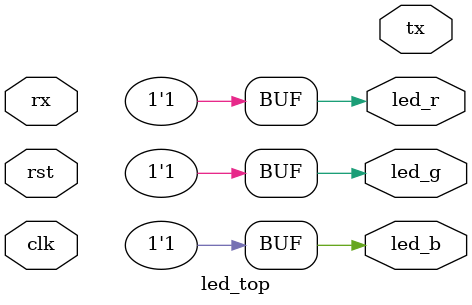
<source format=sv>
module led_top
    (
        input logic clk,
        input logic rst,

        output logic led_r,
        output logic led_g,
        output logic led_b,

        input logic rx,
        output logic tx
    );
    assign led_r = 1;
    assign led_g = 1;
    assign led_b = 1;
endmodule

</source>
